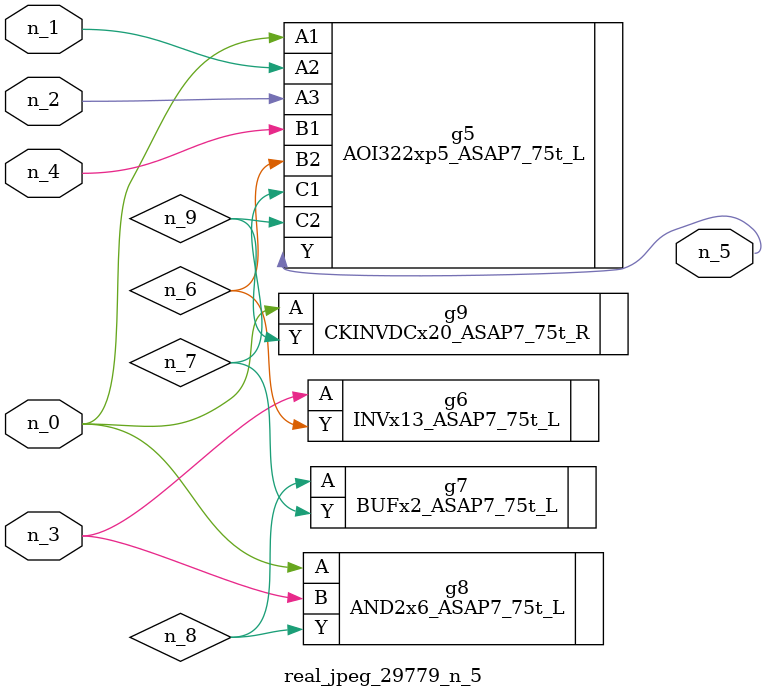
<source format=v>
module real_jpeg_29779_n_5 (n_4, n_0, n_1, n_2, n_3, n_5);

input n_4;
input n_0;
input n_1;
input n_2;
input n_3;

output n_5;

wire n_8;
wire n_6;
wire n_7;
wire n_9;

AOI322xp5_ASAP7_75t_L g5 ( 
.A1(n_0),
.A2(n_1),
.A3(n_2),
.B1(n_4),
.B2(n_6),
.C1(n_7),
.C2(n_9),
.Y(n_5)
);

AND2x6_ASAP7_75t_L g8 ( 
.A(n_0),
.B(n_3),
.Y(n_8)
);

CKINVDCx20_ASAP7_75t_R g9 ( 
.A(n_0),
.Y(n_9)
);

INVx13_ASAP7_75t_L g6 ( 
.A(n_3),
.Y(n_6)
);

BUFx2_ASAP7_75t_L g7 ( 
.A(n_8),
.Y(n_7)
);


endmodule
</source>
